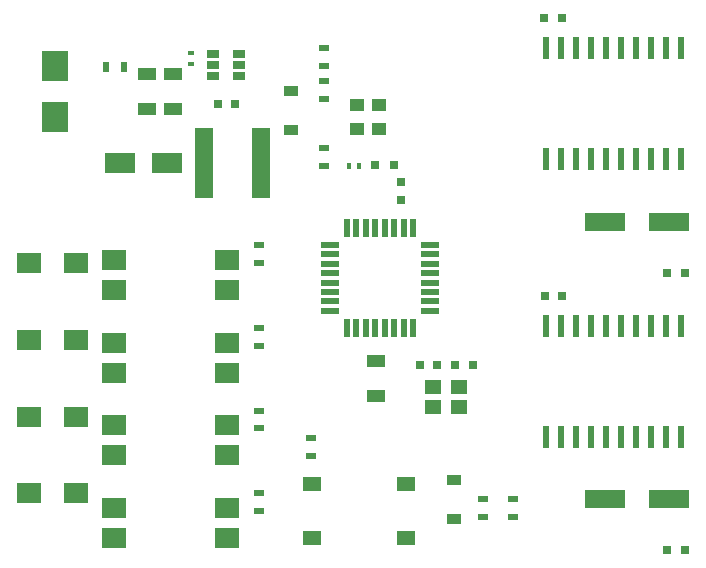
<source format=gbr>
G04 #@! TF.GenerationSoftware,KiCad,Pcbnew,(5.1.2)-2*
G04 #@! TF.CreationDate,2020-08-26T15:48:27-05:00*
G04 #@! TF.ProjectId,EDS-Relays,4544532d-5265-46c6-9179-732e6b696361,rev?*
G04 #@! TF.SameCoordinates,Original*
G04 #@! TF.FileFunction,Paste,Top*
G04 #@! TF.FilePolarity,Positive*
%FSLAX46Y46*%
G04 Gerber Fmt 4.6, Leading zero omitted, Abs format (unit mm)*
G04 Created by KiCad (PCBNEW (5.1.2)-2) date 2020-08-26 15:48:27*
%MOMM*%
%LPD*%
G04 APERTURE LIST*
%ADD10R,3.500000X1.600000*%
%ADD11R,0.750000X0.800000*%
%ADD12R,0.800000X0.750000*%
%ADD13R,1.250000X1.000000*%
%ADD14R,1.200000X0.900000*%
%ADD15R,2.300000X2.500000*%
%ADD16R,2.500000X1.800000*%
%ADD17R,0.800000X0.800000*%
%ADD18R,0.500000X0.900000*%
%ADD19R,0.900000X0.500000*%
%ADD20R,2.000000X1.700000*%
%ADD21R,0.600000X0.400000*%
%ADD22R,0.400000X0.600000*%
%ADD23R,1.550000X1.300000*%
%ADD24R,0.550000X1.600000*%
%ADD25R,1.600000X0.550000*%
%ADD26R,2.000000X1.780000*%
%ADD27R,0.600000X1.950000*%
%ADD28R,1.060000X0.650000*%
%ADD29R,1.524000X6.000000*%
%ADD30R,1.400000X1.200000*%
%ADD31R,1.600000X1.000000*%
G04 APERTURE END LIST*
D10*
X159800000Y-92500000D03*
X165200000Y-92500000D03*
D11*
X142500000Y-90650000D03*
X142500000Y-89150000D03*
D12*
X144100000Y-104650000D03*
X145600000Y-104650000D03*
X147100000Y-104650000D03*
X148600000Y-104650000D03*
X127000000Y-82500000D03*
X128500000Y-82500000D03*
X156150000Y-75250000D03*
X154650000Y-75250000D03*
X156200000Y-98750000D03*
X154700000Y-98750000D03*
D13*
X138800000Y-84650000D03*
X138800000Y-82650000D03*
X140670001Y-82650000D03*
X140670001Y-84650000D03*
D12*
X166550000Y-96850000D03*
X165050000Y-96850000D03*
X166550000Y-120300000D03*
X165050000Y-120300000D03*
D10*
X165200000Y-116000000D03*
X159800000Y-116000000D03*
D14*
X147000000Y-114350000D03*
X147000000Y-117650000D03*
D15*
X113250000Y-79350000D03*
X113250000Y-83650000D03*
D16*
X122750000Y-87500000D03*
X118750000Y-87500000D03*
D14*
X133200000Y-84750000D03*
X133200000Y-81450000D03*
D17*
X140300000Y-87700000D03*
X141900000Y-87700000D03*
D18*
X117550000Y-79400000D03*
X119050000Y-79400000D03*
D19*
X136000000Y-86300000D03*
X136000000Y-87800000D03*
D20*
X115000000Y-96000000D03*
X111000000Y-96000000D03*
X115000000Y-102500000D03*
X111000000Y-102500000D03*
X111000000Y-109000000D03*
X115000000Y-109000000D03*
X111000000Y-115500000D03*
X115000000Y-115500000D03*
D19*
X130500000Y-96000000D03*
X130500000Y-94500000D03*
X130500000Y-101500000D03*
X130500000Y-103000000D03*
X130500000Y-110000000D03*
X130500000Y-108500000D03*
X130500000Y-115500000D03*
X130500000Y-117000000D03*
X134900000Y-110800000D03*
X134900000Y-112300000D03*
X149500000Y-117500000D03*
X149500000Y-116000000D03*
X152000000Y-116000000D03*
X152000000Y-117500000D03*
D21*
X124750000Y-78250000D03*
X124750000Y-79150000D03*
D19*
X136000000Y-82100000D03*
X136000000Y-80600000D03*
X136000000Y-77800000D03*
X136000000Y-79300000D03*
D22*
X139000000Y-87800000D03*
X138100000Y-87800000D03*
D23*
X135025000Y-114750000D03*
X142975000Y-114750000D03*
X135025000Y-119250000D03*
X142975000Y-119250000D03*
D24*
X137950000Y-101500000D03*
X138750000Y-101500000D03*
X139550000Y-101500000D03*
X140350000Y-101500000D03*
X141150000Y-101500000D03*
X141950000Y-101500000D03*
X142750000Y-101500000D03*
X143550000Y-101500000D03*
D25*
X145000000Y-100050000D03*
X145000000Y-99250000D03*
X145000000Y-98450000D03*
X145000000Y-97650000D03*
X145000000Y-96850000D03*
X145000000Y-96050000D03*
X145000000Y-95250000D03*
X145000000Y-94450000D03*
D24*
X143550000Y-93000000D03*
X142750000Y-93000000D03*
X141950000Y-93000000D03*
X141150000Y-93000000D03*
X140350000Y-93000000D03*
X139550000Y-93000000D03*
X138750000Y-93000000D03*
X137950000Y-93000000D03*
D25*
X136500000Y-94450000D03*
X136500000Y-95250000D03*
X136500000Y-96050000D03*
X136500000Y-96850000D03*
X136500000Y-97650000D03*
X136500000Y-98450000D03*
X136500000Y-99250000D03*
X136500000Y-100050000D03*
D26*
X118235000Y-95730000D03*
X127765000Y-98270000D03*
X118235000Y-98270000D03*
X127765000Y-95730000D03*
X118235000Y-102730000D03*
X127765000Y-105270000D03*
X118235000Y-105270000D03*
X127765000Y-102730000D03*
X127765000Y-109730000D03*
X118235000Y-112270000D03*
X127765000Y-112270000D03*
X118235000Y-109730000D03*
X127765000Y-116730000D03*
X118235000Y-119270000D03*
X127765000Y-119270000D03*
X118235000Y-116730000D03*
D27*
X154785000Y-101300000D03*
X156055000Y-101300000D03*
X157325000Y-101300000D03*
X158595000Y-101300000D03*
X159865000Y-101300000D03*
X161135000Y-101300000D03*
X162405000Y-101300000D03*
X163675000Y-101300000D03*
X164945000Y-101300000D03*
X166215000Y-101300000D03*
X166215000Y-110700000D03*
X164945000Y-110700000D03*
X163675000Y-110700000D03*
X162405000Y-110700000D03*
X161135000Y-110700000D03*
X159865000Y-110700000D03*
X158595000Y-110700000D03*
X157325000Y-110700000D03*
X156055000Y-110700000D03*
X154785000Y-110700000D03*
X154785000Y-87200000D03*
X156055000Y-87200000D03*
X157325000Y-87200000D03*
X158595000Y-87200000D03*
X159865000Y-87200000D03*
X161135000Y-87200000D03*
X162405000Y-87200000D03*
X163675000Y-87200000D03*
X164945000Y-87200000D03*
X166215000Y-87200000D03*
X166215000Y-77800000D03*
X164945000Y-77800000D03*
X163675000Y-77800000D03*
X162405000Y-77800000D03*
X161135000Y-77800000D03*
X159865000Y-77800000D03*
X158595000Y-77800000D03*
X157325000Y-77800000D03*
X156055000Y-77800000D03*
X154785000Y-77800000D03*
D28*
X128850000Y-80200000D03*
X128850000Y-79250000D03*
X128850000Y-78300000D03*
X126650000Y-78300000D03*
X126650000Y-80200000D03*
X126650000Y-79250000D03*
D29*
X125825000Y-87500000D03*
X130675000Y-87500000D03*
D30*
X145200000Y-108200000D03*
X147400000Y-108200000D03*
X147400000Y-106500000D03*
X145200000Y-106500000D03*
D31*
X140400000Y-104300000D03*
X140400000Y-107300000D03*
X121000000Y-83000000D03*
X121000000Y-80000000D03*
X123250000Y-80000000D03*
X123250000Y-83000000D03*
M02*

</source>
